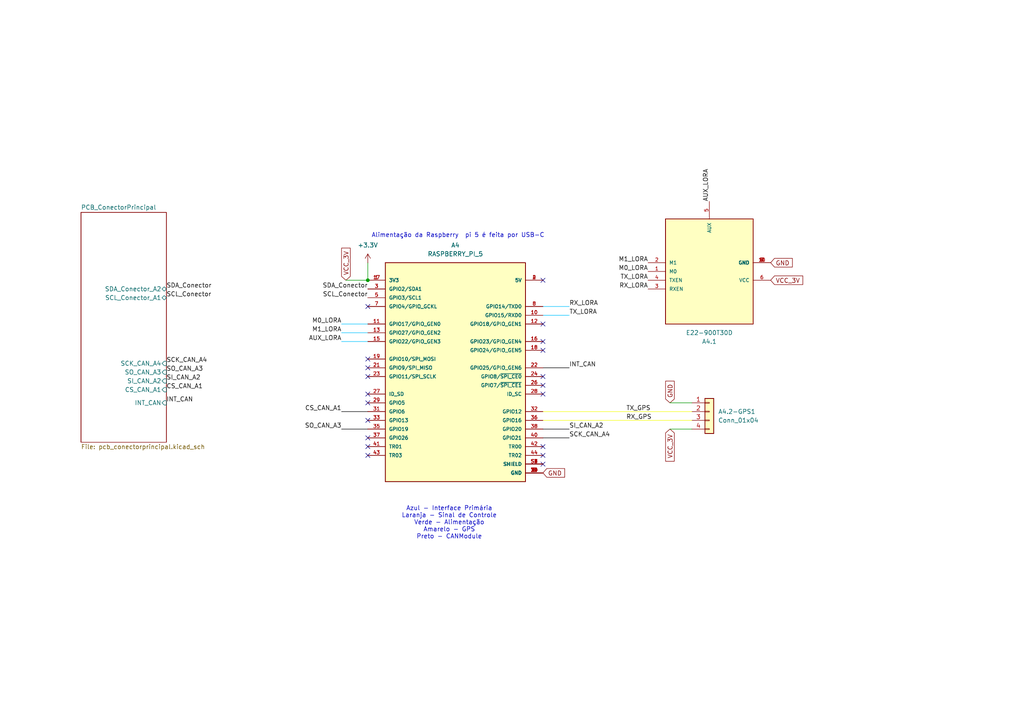
<source format=kicad_sch>
(kicad_sch (version 20250114) (generator "eeschema") (generator_version "9.0")
  (paper "A4")
  (lib_symbols
    (symbol "Connector_Generic:Conn_01x04" (pin_names (offset 1.016) (hide yes))
      (property "Reference" "J" (at 0 5.08 0))
      (property "Value" "Conn_01x04" (at 0 -7.62 0))
      (symbol "Conn_01x04_1_1"
        (rectangle (start -1.27 3.81) (end 1.27 -6.35) (stroke (width 0.254)) (fill (type background)))
        (rectangle (start -1.27 2.667) (end 0 2.413) (stroke (width 0.1524)))
        (rectangle (start -1.27 0.127) (end 0 -0.127) (stroke (width 0.1524)))
        (rectangle (start -1.27 -2.413) (end 0 -2.667) (stroke (width 0.1524)))
        (rectangle (start -1.27 -4.953) (end 0 -5.207) (stroke (width 0.1524)))
        (pin passive line (at -5.08 2.54 0) (length 3.81) (name "Pin_1") (number "1"))
        (pin passive line (at -5.08 0 0) (length 3.81) (name "Pin_2") (number "2"))
        (pin passive line (at -5.08 -2.54 0) (length 3.81) (name "Pin_3") (number "3"))
        (pin passive line (at -5.08 -5.08 0) (length 3.81) (name "Pin_4") (number "4"))
      )
    )
    (symbol "E22-900M30S:E22-900M30S" (pin_names (offset 1.016))
      (property "Reference" "A4.1" (at 0 20.32 0))
      (property "Value" "E22-900T30D" (at 0 17.78 0))
      (symbol "E22-900M30S_0_0"
        (rectangle (start -12.7 15.24) (end 12.7 -15.24) (stroke (width 0.254)) (fill (type background)))
      )
      (symbol "E22-900M30S_1_0"
        (pin input line (at -17.78 5.08 0) (length 5.08) (name "RXEN") (number "3"))
        (pin input line (at -17.78 2.54 0) (length 5.08) (name "TXEN") (number "4"))
        (pin output line (at -17.78 0 0) (length 5.08) (name "M0") (number "1"))
        (pin bidirectional line (at -17.78 -2.54 0) (length 5.08) (name "M1") (number "2"))
        (pin output line (at 0 -20.32 90) (length 5.08) (name "AUX") (number "5"))
        (pin power_in line (at 17.78 2.54 180) (length 5.08) (name "VCC") (number "6"))
        (pin power_in line (at 17.78 -2.54 180) (length 5.08) (name "GND") (number "10"))
        (pin power_in line (at 17.78 -2.54 180) (length 5.08) (name "GND") (number "11"))
        (pin power_in line (at 17.78 -2.54 180) (length 5.08) (name "GND") (number "7"))
        (pin power_in line (at 17.78 -2.54 180) (length 5.08) (name "GND") (number "8"))
        (pin power_in line (at 17.78 -2.54 180) (length 5.08) (name "GND") (number "9"))
      )
    )
    (symbol "RASPBERRY_PI_4B_4GB:RASPBERRY_PI_5" (pin_names (offset 1.016))
      (property "Reference" "U" (at -20.32 33.528 0))
      (property "Value" "RASPBERRY_PI_5" (at -20.32 -33.02 0))
      (symbol "RASPBERRY_PI_5_0_0"
        (rectangle (start -20.32 33.02) (end 20.32 -30.48) (stroke (width 0.254)) (fill (type background)))
        (pin power_in line (at -25.4 27.94 0) (length 5.08) (name "3V3") (number "1"))
        (pin power_in line (at -25.4 27.94 0) (length 5.08) (name "3V3") (number "17"))
        (pin bidirectional line (at -25.4 25.4 0) (length 5.08) (name "GPIO2/SDA1") (number "3"))
        (pin bidirectional line (at -25.4 22.86 0) (length 5.08) (name "GPIO3/SCL1") (number "5"))
        (pin bidirectional line (at -25.4 20.32 0) (length 5.08) (name "GPIO4/GPIO_GCKL") (number "7"))
        (pin bidirectional line (at -25.4 15.24 0) (length 5.08) (name "GPIO17/GPIO_GEN0") (number "11"))
        (pin bidirectional line (at -25.4 12.7 0) (length 5.08) (name "GPIO27/GPIO_GEN2") (number "13"))
        (pin bidirectional line (at -25.4 10.16 0) (length 5.08) (name "GPIO22/GPIO_GEN3") (number "15"))
        (pin bidirectional line (at -25.4 5.08 0) (length 5.08) (name "GPIO10/SPI_MOSI") (number "19"))
        (pin bidirectional line (at -25.4 2.54 0) (length 5.08) (name "GPIO9/SPI_MISO") (number "21"))
        (pin bidirectional line (at -25.4 0 0) (length 5.08) (name "GPIO11/SPI_SCLK") (number "23"))
        (pin bidirectional line (at -25.4 -5.08 0) (length 5.08) (name "ID_SD") (number "27"))
        (pin bidirectional line (at -25.4 -7.62 0) (length 5.08) (name "GPIO5") (number "29"))
        (pin bidirectional line (at -25.4 -10.16 0) (length 5.08) (name "GPIO6") (number "31"))
        (pin bidirectional line (at -25.4 -12.7 0) (length 5.08) (name "GPIO13") (number "33"))
        (pin bidirectional line (at -25.4 -15.24 0) (length 5.08) (name "GPIO19") (number "35"))
        (pin bidirectional line (at -25.4 -17.78 0) (length 5.08) (name "GPIO26") (number "37"))
        (pin bidirectional line (at -25.4 -20.32 0) (length 5.08) (name "TR01") (number "41"))
        (pin bidirectional line (at -25.4 -22.86 0) (length 5.08) (name "TR03") (number "43"))
        (pin power_in line (at 25.4 27.94 180) (length 5.08) (name "5V") (number "2"))
        (pin power_in line (at 25.4 27.94 180) (length 5.08) (name "5V") (number "4"))
        (pin bidirectional line (at 25.4 20.32 180) (length 5.08) (name "GPIO14/TXD0") (number "8"))
        (pin bidirectional line (at 25.4 17.78 180) (length 5.08) (name "GPIO15/RXD0") (number "10"))
        (pin bidirectional line (at 25.4 15.24 180) (length 5.08) (name "GPIO18/GPIO_GEN1") (number "12"))
        (pin bidirectional line (at 25.4 10.16 180) (length 5.08) (name "GPIO23/GPIO_GEN4") (number "16"))
        (pin bidirectional line (at 25.4 7.62 180) (length 5.08) (name "GPIO24/GPIO_GEN5") (number "18"))
        (pin bidirectional line (at 25.4 2.54 180) (length 5.08) (name "GPIO25/GPIO_GEN6") (number "22"))
        (pin bidirectional line (at 25.4 0 180) (length 5.08) (name "GPIO8/~{SPI_CE0}") (number "24"))
        (pin bidirectional line (at 25.4 -2.54 180) (length 5.08) (name "GPIO7/~{SPI_CE1}") (number "26"))
        (pin bidirectional line (at 25.4 -5.08 180) (length 5.08) (name "ID_SC") (number "28"))
        (pin bidirectional line (at 25.4 -10.16 180) (length 5.08) (name "GPIO12") (number "32"))
        (pin bidirectional line (at 25.4 -12.7 180) (length 5.08) (name "GPIO16") (number "36"))
        (pin bidirectional line (at 25.4 -15.24 180) (length 5.08) (name "GPIO20") (number "38"))
        (pin bidirectional line (at 25.4 -17.78 180) (length 5.08) (name "GPIO21") (number "40"))
        (pin bidirectional line (at 25.4 -20.32 180) (length 5.08) (name "TR00") (number "42"))
        (pin bidirectional line (at 25.4 -22.86 180) (length 5.08) (name "TR02") (number "44"))
        (pin power_in line (at 25.4 -25.4 180) (length 5.08) (name "SHIELD") (number "S1"))
        (pin power_in line (at 25.4 -25.4 180) (length 5.08) (name "SHIELD") (number "S2"))
        (pin power_in line (at 25.4 -25.4 180) (length 5.08) (name "SHIELD") (number "S3"))
        (pin power_in line (at 25.4 -25.4 180) (length 5.08) (name "SHIELD") (number "S4"))
        (pin power_in line (at 25.4 -27.94 180) (length 5.08) (name "GND") (number "14"))
        (pin power_in line (at 25.4 -27.94 180) (length 5.08) (name "GND") (number "20"))
        (pin power_in line (at 25.4 -27.94 180) (length 5.08) (name "GND") (number "25"))
        (pin power_in line (at 25.4 -27.94 180) (length 5.08) (name "GND") (number "30"))
        (pin power_in line (at 25.4 -27.94 180) (length 5.08) (name "GND") (number "34"))
        (pin power_in line (at 25.4 -27.94 180) (length 5.08) (name "GND") (number "39"))
        (pin power_in line (at 25.4 -27.94 180) (length 5.08) (name "GND") (number "6"))
        (pin power_in line (at 25.4 -27.94 180) (length 5.08) (name "GND") (number "9"))
      )
    )
    (symbol "power:+3.3V" (power) (pin_numbers (hide yes)) (pin_names (offset 0) (hide yes))
      (property "Value" "+3.3V" (at 0 3.556 0))
      (symbol "+3.3V_0_1"
        (polyline (pts (xy -0.762 1.27) (xy 0 2.54)))
        (polyline (pts (xy 0 2.54) (xy 0.762 1.27)))
        (polyline (pts (xy 0 0) (xy 0 2.54)))
      )
      (symbol "+3.3V_1_1"
        (pin power_in line (at 0 0 90) (length 0) (name "~") (number "1"))
      )
    )
  )
  (text "Azul - Interface Primária\nLaranja - Sinal de Controle\nVerde - Alimentação\nAmarelo - GPS\nPreto - CANModule" (at 130.302 151.638 0) (effects (font (size 1.27 1.27))))
  (text "Alimentação da Raspberry  pi 5 é feita por USB-C\n" (at 132.842 68.326 0) (effects (font (size 1.27 1.27))))
  (junction (at 106.68 81.28))
  (no_connect (at 157.48 129.54))
  (no_connect (at 157.48 101.6))
  (no_connect (at 157.48 111.76))
  (no_connect (at 106.68 114.3))
  (no_connect (at 106.68 88.9))
  (no_connect (at 106.68 106.68))
  (no_connect (at 106.68 116.84))
  (no_connect (at 106.68 127))
  (no_connect (at 106.68 104.14))
  (no_connect (at 157.48 134.62))
  (no_connect (at 106.68 132.08))
  (no_connect (at 157.48 81.28))
  (no_connect (at 106.68 129.54))
  (no_connect (at 106.68 121.92))
  (no_connect (at 157.48 93.98))
  (no_connect (at 157.48 132.08))
  (no_connect (at 106.68 109.22))
  (no_connect (at 157.48 114.3))
  (no_connect (at 157.48 99.06))
  (no_connect (at 157.48 109.22))
  (wire (pts (xy 106.68 119.38) (xy 99.06 119.38)) (stroke (width 0) (color 0 0 2 1)))
  (wire (pts (xy 106.68 76.2) (xy 106.68 81.28)))
  (wire (pts (xy 165.1 127) (xy 157.48 127)) (stroke (width 0) (color 0 0 2 1)))
  (wire (pts (xy 165.1 91.44) (xy 157.48 91.44)) (stroke (width 0) (color 0 192 255 1)))
  (wire (pts (xy 157.48 119.38) (xy 200.66 119.38)) (stroke (width 0) (color 244 255 18 1)))
  (wire (pts (xy 106.68 96.52) (xy 99.06 96.52)) (stroke (width 0) (color 0 192 255 1)))
  (wire (pts (xy 157.48 121.92) (xy 200.66 121.92)) (stroke (width 0) (color 244 255 18 1)))
  (wire (pts (xy 165.1 88.9) (xy 157.48 88.9)) (stroke (width 0) (color 0 192 255 1)))
  (wire (pts (xy 106.68 124.46) (xy 99.06 124.46)) (stroke (width 0) (color 0 0 2 1)))
  (wire (pts (xy 106.68 93.98) (xy 99.06 93.98)) (stroke (width 0) (color 0 192 255 1)))
  (wire (pts (xy 194.31 124.46) (xy 200.66 124.46)))
  (wire (pts (xy 165.1 124.46) (xy 157.48 124.46)) (stroke (width 0) (color 0 0 2 1)))
  (wire (pts (xy 165.1 106.68) (xy 157.48 106.68)) (stroke (width 0) (color 0 0 2 1)))
  (wire (pts (xy 194.31 116.84) (xy 200.66 116.84)))
  (wire (pts (xy 106.68 99.06) (xy 99.06 99.06)) (stroke (width 0) (color 0 192 255 1)))
  (wire (pts (xy 100.33 81.28) (xy 106.68 81.28)))
  (label "SCL_Conector" (at 106.68 86.36 180))
  (label "AUX_LORA" (at 205.74 58.42 90))
  (label "SCL_Conector" (at 48.26 86.36 0))
  (label "SI_CAN_A2" (at 165.1 124.46 0))
  (label "RX_GPS" (at 181.61 121.92 0))
  (label "TX_LORA" (at 165.1 91.44 0))
  (label "INT_CAN" (at 48.26 116.84 0))
  (label "SDA_Conector" (at 48.26 83.82 0))
  (label "AUX_LORA" (at 99.06 99.06 180))
  (label "SCK_CAN_A4" (at 165.1 127 0))
  (label "CS_CAN_A1" (at 99.06 119.38 180))
  (label "INT_CAN" (at 165.1 106.68 0))
  (label "SCK_CAN_A4" (at 48.26 105.41 0))
  (label "RX_LORA" (at 187.96 83.82 180))
  (label "M1_LORA" (at 187.96 76.2 180))
  (label "RX_LORA" (at 165.1 88.9 0))
  (label "SO_CAN_A3" (at 48.26 107.95 0))
  (label "TX_LORA" (at 187.96 81.28 180))
  (label "SDA_Conector" (at 106.68 83.82 180))
  (label "TX_GPS" (at 181.61 119.38 0))
  (label "SI_CAN_A2" (at 48.26 110.49 0))
  (label "SO_CAN_A3" (at 99.06 124.46 180))
  (label "M1_LORA" (at 99.06 96.52 180))
  (label "CS_CAN_A1" (at 48.26 113.03 0))
  (label "M0_LORA" (at 99.06 93.98 180))
  (label "M0_LORA" (at 187.96 78.74 180))
  (global_label "VCC_3V" (shape input) (at 223.52 81.28 0) (property "Intersheetrefs" "${INTERSHEET_REFS}" (effects (hide yes))))
  (global_label "VCC_3V" (shape input) (at 194.31 124.46 270) (property "Intersheetrefs" "${INTERSHEET_REFS}" (effects (hide yes))))
  (global_label "VCC_3V" (shape input) (at 100.33 81.28 90) (property "Intersheetrefs" "${INTERSHEET_REFS}" (effects (hide yes))))
  (global_label "GND" (shape input) (at 223.52 76.2 0) (property "Intersheetrefs" "${INTERSHEET_REFS}" (effects (hide yes))))
  (global_label "GND" (shape input) (at 157.48 137.16 0) (property "Intersheetrefs" "${INTERSHEET_REFS}" (effects (hide yes))))
  (global_label "GND" (shape input) (at 194.31 116.84 90) (property "Intersheetrefs" "${INTERSHEET_REFS}" (effects (hide yes))))
  (symbol (lib_id "E22-900M30S:E22-900M30S") (at 205.74 78.74 0) (mirror x) (unit 1)
    (property "Reference" "A4.1" (at 205.74 99.06 0))
    (property "Value" "E22-900T30D" (at 205.74 96.52 0))
    (property "Footprint" "Modulo_LORA:E22-900T30D" (effects (hide yes)))
    (property "MF" "EBYTE" (effects (hide yes)))
    (property "MAXIMUM_PACKAGE_HEIGHT" "3.97 mm" (effects (hide yes)))
    (property "Package" "Package" (effects (hide yes)))
    (property "Price" "None" (effects (hide yes)))
    (property "Check_prices" "https://www.snapeda.com/parts/E22-900M30S/EBYTE/view-part/?ref=eda" (effects (hide yes)))
    (property "STANDARD" "Manufacturer Recommendations" (effects (hide yes)))
    (property "PARTREV" "1.2" (effects (hide yes)))
    (property "SnapEDA_Link" "https://www.snapeda.com/parts/E22-900M30S/EBYTE/view-part/?ref=snap" (effects (hide yes)))
    (property "MP" "E22-900M30S" (effects (hide yes)))
    (property "Description_1" "SX1262 868/915 MHz 1w SPI LoRa Module" (effects (hide yes)))
    (property "Availability" "Not in stock" (effects (hide yes)))
    (property "MANUFACTURER" "EBYTE" (effects (hide yes)))
  )
  (symbol (lib_id "power:+3.3V") (at 106.68 76.2 0) (unit 1)
    (property "Reference" "#PWR04" (effects (hide yes)))
    (property "Value" "+3.3V" (at 106.68 71.12 0))
    (property "Description" "Power symbol creates a global label with name \"+3.3V\"" (effects (hide yes)))
  )
  (symbol (lib_id "RASPBERRY_PI_4B_4GB:RASPBERRY_PI_5") (at 132.08 109.22 0) (unit 1)
    (property "Reference" "A4" (at 132.08 71.12 0))
    (property "Value" "RASPBERRY_PI_5" (at 132.08 73.66 0))
    (property "Footprint" "Conector_Principal_Carro:Conector_Raspberry_PI_5" (effects (hide yes)))
    (property "MF" "Raspberry Pi" (effects (hide yes)))
    (property "MAXIMUM_PACKAGE_HEIGHT" "16 mm" (effects (hide yes)))
    (property "Package" "None" (effects (hide yes)))
    (property "Price" "None" (effects (hide yes)))
    (property "Check_prices" "https://www.snapeda.com/parts/RASPBERRY%20PI%204B/4GB/Raspberry+Pi/view-part/?ref=eda" (effects (hide yes)))
    (property "STANDARD" "Manufacturer Recommendations" (effects (hide yes)))
    (property "PARTREV" "4" (effects (hide yes)))
    (property "SnapEDA_Link" "https://www.snapeda.com/parts/RASPBERRY%20PI%204B/4GB/Raspberry+Pi/view-part/?ref=snap" (effects (hide yes)))
    (property "MP" "RASPBERRY PI 4B/4GB" (effects (hide yes)))
    (property "Description_1" "BCM2711 Raspberry Pi 4 Model B 4GB - ARM® Cortex®-A72 MPU Embedded Evaluation Board" (effects (hide yes)))
    (property "MANUFACTURER" "Raspberry Pi" (effects (hide yes)))
    (property "Availability" "Not in stock" (effects (hide yes)))
    (property "SNAPEDA_PN" "RASPBERRY PI 4B/4GB" (effects (hide yes)))
  )
  (symbol (lib_id "Connector_Generic:Conn_01x04") (at 205.74 119.38 0) (unit 1)
    (property "Reference" "A4.2-GPS1" (at 208.28 119.3799 0) (effects (justify left)))
    (property "Value" "Conn_01x04" (at 208.28 121.9199 0) (effects (justify left)))
    (property "Footprint" "Connector_PinSocket_2.54mm:PinSocket_1x04_P2.54mm_Vertical" (effects (hide yes)))
  )
  (sheet (at 23.495 61.595) (size 24.765 66.675) (stroke (width 0.1524))
    (property "Sheetname" "PCB_ConectorPrincipal" (at 23.495 60.8834 0) (effects (justify left bottom)))
    (property "Sheetfile" "pcb_conectorprincipal.kicad_sch" (at 23.495 128.8546 0) (effects (justify left top)))
    (pin "CS_CAN_A1" input (at 48.26 113.03 0))
    (pin "SCK_CAN_A4" input (at 48.26 105.41 0))
    (pin "SI_CAN_A2" input (at 48.26 110.49 0))
    (pin "INT_CAN" input (at 48.26 116.84 0))
    (pin "SO_CAN_A3" input (at 48.26 107.95 0))
    (pin "SCL_Conector_A1" bidirectional (at 48.26 86.36 0))
    (pin "SDA_Conector_A2" bidirectional (at 48.26 83.82 0))
  )
)
</source>
